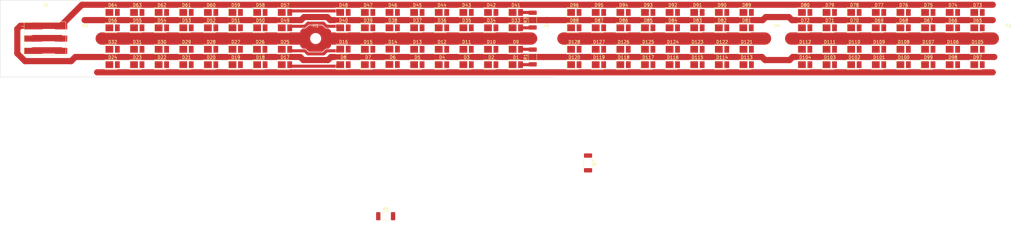
<source format=kicad_pcb>
(kicad_pcb (version 20210126) (generator pcbnew)
  (layers (0 "F.Cu" signal) (31 "B.Cu" signal) (34 "B.Paste" user) (35 "F.Paste" user) (36 "B.SilkS" user "B.Silkscreen") (37 "F.SilkS" user "F.Silkscreen") (38 "B.Mask" user) (39 "F.Mask" user) (44 "Edge.Cuts" user))
  (net 0 "")
  (net 1 "/VPOS")
  (net 2 "Net-(D1-Pad1)")
  (net 3 "Net-(D2-Pad1)")
  (net 4 "Net-(D3-Pad1)")
  (net 5 "Net-(D4-Pad1)")
  (net 6 "Net-(D5-Pad1)")
  (net 7 "Net-(D6-Pad1)")
  (net 8 "Net-(D7-Pad1)")
  (net 9 "/VNEG_A")
  (net 10 "Net-(D10-Pad2)")
  (net 11 "Net-(D10-Pad1)")
  (net 12 "Net-(D11-Pad1)")
  (net 13 "Net-(D12-Pad1)")
  (net 14 "Net-(D13-Pad1)")
  (net 15 "Net-(D14-Pad1)")
  (net 16 "Net-(D15-Pad1)")
  (net 17 "/VNEG_B")
  (net 18 "Net-(D17-Pad1)")
  (net 19 "Net-(D18-Pad1)")
  (net 20 "Net-(D19-Pad1)")
  (net 21 "Net-(D20-Pad1)")
  (net 22 "Net-(D21-Pad1)")
  (net 23 "Net-(D22-Pad1)")
  (net 24 "Net-(D23-Pad1)")
  (net 25 "Net-(D25-Pad1)")
  (net 26 "Net-(D26-Pad1)")
  (net 27 "Net-(D27-Pad1)")
  (net 28 "Net-(D28-Pad1)")
  (net 29 "Net-(D29-Pad1)")
  (net 30 "Net-(D30-Pad1)")
  (net 31 "Net-(D31-Pad1)")
  (net 32 "Net-(D17-Pad2)")
  (net 33 "Net-(D33-Pad1)")
  (net 34 "Net-(D34-Pad1)")
  (net 35 "Net-(D35-Pad1)")
  (net 36 "Net-(D36-Pad1)")
  (net 37 "Net-(D37-Pad1)")
  (net 38 "Net-(D38-Pad1)")
  (net 39 "Net-(D39-Pad1)")
  (net 40 "Net-(D41-Pad1)")
  (net 41 "Net-(D42-Pad1)")
  (net 42 "Net-(D43-Pad1)")
  (net 43 "Net-(D44-Pad1)")
  (net 44 "Net-(D45-Pad1)")
  (net 45 "Net-(D46-Pad1)")
  (net 46 "Net-(D47-Pad1)")
  (net 47 "Net-(D16-Pad1)")
  (net 48 "Net-(D49-Pad1)")
  (net 49 "Net-(D50-Pad1)")
  (net 50 "Net-(D51-Pad1)")
  (net 51 "Net-(D52-Pad1)")
  (net 52 "Net-(D53-Pad1)")
  (net 53 "Net-(D54-Pad1)")
  (net 54 "Net-(D55-Pad1)")
  (net 55 "Net-(D57-Pad1)")
  (net 56 "Net-(D58-Pad1)")
  (net 57 "Net-(D59-Pad1)")
  (net 58 "Net-(D60-Pad1)")
  (net 59 "Net-(D61-Pad1)")
  (net 60 "Net-(D62-Pad1)")
  (net 61 "Net-(D63-Pad1)")
  (net 62 "Net-(D1-Pad2)")
  (net 63 "Net-(D41-Pad2)")
  (net 64 "Net-(D65-Pad1)")
  (net 65 "Net-(D66-Pad1)")
  (net 66 "Net-(D67-Pad1)")
  (net 67 "Net-(D68-Pad1)")
  (net 68 "Net-(D69-Pad1)")
  (net 69 "Net-(D70-Pad1)")
  (net 70 "Net-(D71-Pad1)")
  (net 71 "Net-(D73-Pad2)")
  (net 72 "Net-(D73-Pad1)")
  (net 73 "Net-(D74-Pad1)")
  (net 74 "Net-(D75-Pad1)")
  (net 75 "Net-(D76-Pad1)")
  (net 76 "Net-(D77-Pad1)")
  (net 77 "Net-(D78-Pad1)")
  (net 78 "Net-(D79-Pad1)")
  (net 79 "Net-(D40-Pad1)")
  (net 80 "Net-(D81-Pad1)")
  (net 81 "Net-(D82-Pad1)")
  (net 82 "Net-(D83-Pad1)")
  (net 83 "Net-(D84-Pad1)")
  (net 84 "Net-(D85-Pad1)")
  (net 85 "Net-(D86-Pad1)")
  (net 86 "Net-(D87-Pad1)")
  (net 87 "Net-(D89-Pad1)")
  (net 88 "Net-(D90-Pad1)")
  (net 89 "Net-(D91-Pad1)")
  (net 90 "Net-(D92-Pad1)")
  (net 91 "Net-(D93-Pad1)")
  (net 92 "Net-(D94-Pad1)")
  (net 93 "Net-(D95-Pad1)")
  (net 94 "Net-(D97-Pad1)")
  (net 95 "Net-(D98-Pad1)")
  (net 96 "Net-(D100-Pad2)")
  (net 97 "Net-(D100-Pad1)")
  (net 98 "Net-(D101-Pad1)")
  (net 99 "Net-(D102-Pad1)")
  (net 100 "Net-(D103-Pad1)")
  (net 101 "Net-(D105-Pad2)")
  (net 102 "Net-(D105-Pad1)")
  (net 103 "Net-(D106-Pad1)")
  (net 104 "Net-(D107-Pad1)")
  (net 105 "Net-(D108-Pad1)")
  (net 106 "Net-(D109-Pad1)")
  (net 107 "Net-(D110-Pad1)")
  (net 108 "Net-(D111-Pad1)")
  (net 109 "Net-(D48-Pad1)")
  (net 110 "Net-(D113-Pad1)")
  (net 111 "Net-(D114-Pad1)")
  (net 112 "Net-(D115-Pad1)")
  (net 113 "Net-(D116-Pad1)")
  (net 114 "Net-(D117-Pad1)")
  (net 115 "Net-(D118-Pad1)")
  (net 116 "Net-(D119-Pad1)")
  (net 117 "Net-(D121-Pad1)")
  (net 118 "Net-(D122-Pad1)")
  (net 119 "Net-(D123-Pad1)")
  (net 120 "Net-(D124-Pad1)")
  (net 121 "Net-(D125-Pad1)")
  (net 122 "Net-(D126-Pad1)")
  (net 123 "Net-(D127-Pad1)")
  (net 124 "Net-(D72-Pad1)")
  (net 125 "Net-(D80-Pad1)")
  (net 126 "Net-(D104-Pad1)")
  (net 127 "Net-(D112-Pad1)")
  (footprint "LED_SMD:LED_PLCC_2835_Handsoldering" (layer "F.Cu") (at 320.05 63)
    (fp_text reference "D68")
    (fp_text value "LED")
  )
  (footprint "LED_SMD:LED_PLCC_2835_Handsoldering" (layer "F.Cu") (at 170.05 75)
    (fp_text reference "D4")
    (fp_text value "LED")
  )
  (footprint "LED_SMD:LED_PLCC_2835_Handsoldering" (layer "F.Cu") (at 154.05 63)
    (fp_text reference "D38")
    (fp_text value "LED")
  )
  (footprint "LED_SMD:LED_PLCC_2835_Handsoldering" (layer "F.Cu") (at 162.05 63)
    (fp_text reference "D37")
    (fp_text value "LED")
  )
  (footprint "LED_SMD:LED_PLCC_2835_Handsoldering" (layer "F.Cu") (at 186.05 75)
    (fp_text reference "D2")
    (fp_text value "LED")
  )
  (footprint "LED_SMD:LED_PLCC_2835_Handsoldering" (layer "F.Cu") (at 79.05 58)
    (fp_text reference "D62")
    (fp_text value "LED")
  )
  (footprint "LED_SMD:LED_PLCC_2835_Handsoldering" (layer "F.Cu") (at 312.05 63)
    (fp_text reference "D69")
    (fp_text value "LED")
  )
  (footprint "LED_SMD:LED_PLCC_2835_Handsoldering" (layer "F.Cu") (at 71.05 63)
    (fp_text reference "D55")
    (fp_text value "LED")
  )
  (footprint "LED_SMD:LED_PLCC_2835_Handsoldering" (layer "F.Cu") (at 119.05 63)
    (fp_text reference "D49")
    (fp_text value "LED")
  )
  (footprint "LED_SMD:LED_PLCC_2835_Handsoldering" (layer "F.Cu") (at 344.05 70)
    (fp_text reference "D105")
    (fp_text value "LED")
  )
  (footprint "LED_SMD:LED_PLCC_2835_Handsoldering" (layer "F.Cu") (at 194.05 75)
    (fp_text reference "D1")
    (fp_text value "LED")
  )
  (footprint "LED_SMD:LED_PLCC_2835_Handsoldering" (layer "F.Cu") (at 79.05 75)
    (fp_text reference "D22")
    (fp_text value "LED")
  )
  (footprint "LED_SMD:LED_PLCC_2835_Handsoldering" (layer "F.Cu") (at 344.05 75)
    (fp_text reference "D97")
    (fp_text value "LED")
  )
  (footprint "LED_SMD:LED_PLCC_2835_Handsoldering" (layer "F.Cu") (at 296.05 63)
    (fp_text reference "D71")
    (fp_text value "LED")
  )
  (footprint "LED_SMD:LED_PLCC_2835_Handsoldering" (layer "F.Cu") (at 71.05 70)
    (fp_text reference "D31")
    (fp_text value "LED")
  )
  (footprint "LED_SMD:LED_PLCC_2835_Handsoldering" (layer "F.Cu") (at 320.05 70)
    (fp_text reference "D108")
    (fp_text value "LED")
  )
  (footprint "LED_SMD:LED_PLCC_2835_Handsoldering" (layer "F.Cu") (at 213.05 63)
    (fp_text reference "D88")
    (fp_text value "LED")
  )
  (footprint "LED_SMD:LED_PLCC_2835_Handsoldering" (layer "F.Cu") (at 261.05 75)
    (fp_text reference "D114")
    (fp_text value "LED")
  )
  (footprint "LED_SMD:LED_PLCC_2835_Handsoldering" (layer "F.Cu") (at 336.05 70)
    (fp_text reference "D106")
    (fp_text value "LED")
  )
  (footprint "LED_SMD:LED_PLCC_2835_Handsoldering" (layer "F.Cu") (at 245.05 63)
    (fp_text reference "D84")
    (fp_text value "LED")
  )
  (footprint "LED_SMD:LED_PLCC_2835_Handsoldering" (layer "F.Cu") (at 269 63)
    (fp_text reference "D81")
    (fp_text value "LED")
  )
  (footprint "LED_SMD:LED_PLCC_2835_Handsoldering" (layer "F.Cu") (at 229.05 70)
    (fp_text reference "D126")
    (fp_text value "LED")
  )
  (footprint "LED_SMD:LED_PLCC_2835_Handsoldering" (layer "F.Cu") (at 162.05 75)
    (fp_text reference "D5")
    (fp_text value "LED")
  )
  (footprint "LED_SMD:LED_PLCC_2835_Handsoldering" (layer "F.Cu") (at 103.05 75)
    (fp_text reference "D19")
    (fp_text value "LED")
  )
  (footprint "LED_SMD:LED_PLCC_2835_Handsoldering" (layer "F.Cu") (at 245.05 75)
    (fp_text reference "D116")
    (fp_text value "LED")
  )
  (footprint "LED_SMD:LED_PLCC_2835_Handsoldering" (layer "F.Cu") (at 320.05 75)
    (fp_text reference "D100")
    (fp_text value "LED")
  )
  (footprint "LED_SMD:LED_PLCC_2835_Handsoldering" (layer "F.Cu") (at 237.05 75)
    (fp_text reference "D117")
    (fp_text value "LED")
  )
  (footprint "LED_SMD:LED_PLCC_2835_Handsoldering" (layer "F.Cu") (at 95.05 75)
    (fp_text reference "D20")
    (fp_text value "LED")
  )
  (footprint "LED_SMD:LED_PLCC_2835_Handsoldering" (layer "F.Cu") (at 237.05 63)
    (fp_text reference "D85")
    (fp_text value "LED")
  )
  (footprint "LED_SMD:LED_PLCC_2835_Handsoldering" (layer "F.Cu") (at 237.05 58)
    (fp_text reference "D93")
    (fp_text value "LED")
  )
  (footprint "LED_SMD:LED_PLCC_2835_Handsoldering" (layer "F.Cu") (at 269.05 58)
    (fp_text reference "D89")
    (fp_text value "LED")
  )
  (footprint "LED_SMD:LED_PLCC_2835_Handsoldering" (layer "F.Cu") (at 63.05 58)
    (fp_text reference "D64")
    (fp_text value "LED")
  )
  (footprint "LED_SMD:LED_PLCC_2835_Handsoldering" (layer "F.Cu") (at 312.05 70)
    (fp_text reference "D109")
    (fp_text value "LED")
  )
  (footprint "MountingHole:MountingHole_3.2mm_M3" (layer "F.Cu") (at 279 66.5)
    (fp_text reference "H4")
    (fp_text value "MountingHole")
  )
  (footprint "LED_SMD:LED_PLCC_2835_Handsoldering" (layer "F.Cu") (at 229.05 58)
    (fp_text reference "D94")
    (fp_text value "LED")
  )
  (footprint "LED_SMD:LED_PLCC_2835_Handsoldering" (layer "F.Cu") (at 146.05 63)
    (fp_text reference "D39")
    (fp_text value "LED")
  )
  (footprint "LED_SMD:LED_PLCC_2835_Handsoldering" (layer "F.Cu") (at 170.05 63)
    (fp_text reference "D36")
    (fp_text value "LED")
  )
  (footprint "LED_SMD:LED_PLCC_2835_Handsoldering" (layer "F.Cu") (at 221.05 58)
    (fp_text reference "D95")
    (fp_text value "LED")
  )
  (footprint "LED_SMD:LED_PLCC_2835_Handsoldering" (layer "F.Cu") (at 229.05 75)
    (fp_text reference "D118")
    (fp_text value "LED")
  )
  (footprint "LED_SMD:LED_PLCC_2835_Handsoldering" (layer "F.Cu") (at 194.05 63)
    (fp_text reference "D33")
    (fp_text value "LED")
  )
  (footprint "LED_SMD:LED_PLCC_2835_Handsoldering" (layer "F.Cu") (at 261.05 58)
    (fp_text reference "D90")
    (fp_text value "LED")
  )
  (footprint "LED_SMD:LED_PLCC_2835_Handsoldering" (layer "F.Cu") (at 304.05 75)
    (fp_text reference "D102")
    (fp_text value "LED")
  )
  (footprint "wago:wago-2060-453" (layer "F.Cu") (at 41.288907 56.013007)
    (fp_text reference "J1")
    (fp_text value "Power")
  )
  (footprint "LED_SMD:LED_PLCC_2835_Handsoldering" (layer "F.Cu") (at 162.05 70)
    (fp_text reference "D13")
    (fp_text value "LED")
  )
  (footprint "LED_SMD:LED_PLCC_2835_Handsoldering" (layer "F.Cu") (at 229.05 63)
    (fp_text reference "D86")
    (fp_text value "LED")
  )
  (footprint "LED_SMD:LED_PLCC_2835_Handsoldering" (layer "F.Cu") (at 221.05 75)
    (fp_text reference "D119")
    (fp_text value "LED")
  )
  (footprint "LED_SMD:LED_PLCC_2835_Handsoldering" (layer "F.Cu") (at 63.05 70)
    (fp_text reference "D32")
    (fp_text value "LED")
  )
  (footprint "LED_SMD:LED_PLCC_2835_Handsoldering" (layer "F.Cu") (at 186.05 63)
    (fp_text reference "D34")
    (fp_text value "LED")
  )
  (footprint "LED_SMD:LED_PLCC_2835_Handsoldering" (layer "F.Cu") (at 296.05 75)
    (fp_text reference "D103")
    (fp_text value "LED")
  )
  (footprint "LED_SMD:LED_PLCC_2835_Handsoldering" (layer "F.Cu") (at 146.05 70)
    (fp_text reference "D15")
    (fp_text value "LED")
  )
  (footprint "LED_SMD:LED_PLCC_2835_Handsoldering" (layer "F.Cu") (at 328.05 63)
    (fp_text reference "D67")
    (fp_text value "LED")
  )
  (footprint "LED_SMD:LED_PLCC_2835_Handsoldering" (layer "F.Cu") (at 288.05 70)
    (fp_text reference "D112")
    (fp_text value "LED")
  )
  (footprint "LED_SMD:LED_PLCC_2835_Handsoldering" (layer "F.Cu") (at 95.05 70)
    (fp_text reference "D28")
    (fp_text value "LED")
  )
  (footprint "LED_SMD:LED_PLCC_2835_Handsoldering" (layer "F.Cu") (at 119.05 75)
    (fp_text reference "D17")
    (fp_text value "LED")
  )
  (footprint "LED_SMD:LED_PLCC_2835_Handsoldering" (layer "F.Cu") (at 221.05 63)
    (fp_text reference "D87")
    (fp_text value "LED")
  )
  (footprint "LED_SMD:LED_PLCC_2835_Handsoldering" (layer "F.Cu") (at 328.05 58)
    (fp_text reference "D75")
    (fp_text value "LED")
  )
  (footprint "LED_SMD:LED_PLCC_2835_Handsoldering" (layer "F.Cu") (at 213.05 70)
    (fp_text reference "D128")
    (fp_text value "LED")
  )
  (footprint "LED_SMD:LED_PLCC_2835_Handsoldering" (layer "F.Cu") (at 95.05 58)
    (fp_text reference "D60")
    (fp_text value "LED")
  )
  (footprint "LED_SMD:LED_PLCC_2835_Handsoldering" (layer "F.Cu") (at 87.05 63)
    (fp_text reference "D53")
    (fp_text value "LED")
  )
  (footprint "LED_SMD:LED_PLCC_2835_Handsoldering" (layer "F.Cu") (at 261.05 63)
    (fp_text reference "D82")
    (fp_text value "LED")
  )
  (footprint "LED_SMD:LED_PLCC_2835_Handsoldering" (layer "F.Cu") (at 336.05 58)
    (fp_text reference "D74")
    (fp_text value "LED")
  )
  (footprint "LED_SMD:LED_PLCC_2835_Handsoldering" (layer "F.Cu") (at 261.05 70)
    (fp_text reference "D122")
    (fp_text value "LED")
  )
  (footprint "LED_SMD:LED_PLCC_2835_Handsoldering" (layer "F.Cu") (at 269.05 70)
    (fp_text reference "D121")
    (fp_text value "LED")
  )
  (footprint "LED_SMD:LED_PLCC_2835_Handsoldering" (layer "F.Cu") (at 253.05 58)
    (fp_text reference "D91")
    (fp_text value "LED")
  )
  (footprint "LED_SMD:LED_PLCC_2835_Handsoldering" (layer "F.Cu") (at 154.05 69.95)
    (fp_text reference "D14")
    (fp_text value "LED")
  )
  (footprint "LED_SMD:LED_PLCC_2835_Handsoldering" (layer "F.Cu") (at 328.05 70)
    (fp_text reference "D107")
    (fp_text value "LED")
  )
  (footprint "LED_SMD:LED_PLCC_2835_Handsoldering" (layer "F.Cu") (at 71.05 75)
    (fp_text reference "D23")
    (fp_text value "LED")
  )
  (footprint "LED_SMD:LED_PLCC_2835_Handsoldering" (layer "F.Cu") (at 79.05 70)
    (fp_text reference "D30")
    (fp_text value "LED")
  )
  (footprint "LED_SMD:LED_PLCC_2835_Handsoldering" (layer "F.Cu") (at 288.05 75)
    (fp_text reference "D104")
    (fp_text value "LED")
  )
  (footprint "LED_SMD:LED_PLCC_2835_Handsoldering" (layer "F.Cu") (at 288.05 58)
    (fp_text reference "D80")
    (fp_text value "LED")
  )
  (footprint "LED_SMD:LED_PLCC_2835_Handsoldering" (layer "F.Cu") (at 253.05 63)
    (fp_text reference "D83")
    (fp_text value "LED")
  )
  (footprint "LED_SMD:LED_PLCC_2835_Handsoldering" (layer "F.Cu") (at 304.05 70)
    (fp_text reference "D110")
    (fp_text value "LED")
  )
  (footprint "LED_SMD:LED_PLCC_2835_Handsoldering" (layer "F.Cu") (at 87.05 58)
    (fp_text reference "D61")
    (fp_text value "LED")
  )
  (footprint "Resistor_SMD:R_2010_5025Metric_Pad1.40x2.65mm_HandSolder" (layer "F.Cu") (at 151.75 124.35)
    (fp_text reference "R5")
    (fp_text value "0Ω")
  )
  (footprint "LED_SMD:LED_PLCC_2835_Handsoldering" (layer "F.Cu") (at 71.05 58)
    (fp_text reference "D63")
    (fp_text value "LED")
  )
  (footprint "LED_SMD:LED_PLCC_2835_Handsoldering" (layer "F.Cu") (at 162.05 58)
    (fp_text reference "D45")
    (fp_text value "LED")
  )
  (footprint "LED_SMD:LED_PLCC_2835_Handsoldering" (layer "F.Cu") (at 253.05 75)
    (fp_text reference "D115")
    (fp_text value "LED")
  )
  (footprint "LED_SMD:LED_PLCC_2835_Handsoldering" (layer "F.Cu") (at 269.05 75)
    (fp_text reference "D113")
    (fp_text value "LED")
  )
  (footprint "LED_SMD:LED_PLCC_2835_Handsoldering" (layer "F.Cu") (at 87.05 70)
    (fp_text reference "D29")
    (fp_text value "LED")
  )
  (footprint "LED_SMD:LED_PLCC_2835_Handsoldering" (layer "F.Cu") (at 296.05 58)
    (fp_text reference "D79")
    (fp_text value "LED")
  )
  (footprint "LED_SMD:LED_PLCC_2835_Handsoldering" (layer "F.Cu") (at 111.05 58)
    (fp_text reference "D58")
    (fp_text value "LED")
  )
  (footprint "MountingHole:MountingHole_3.2mm_M3" (layer "F.Cu") (at 129 66.5)
    (fp_text reference "H1")
    (fp_text value "MountingHole")
  )
  (footprint "LED_SMD:LED_PLCC_2835_Handsoldering" (layer "F.Cu") (at 146.05 58)
    (fp_text reference "D47")
    (fp_text value "LED")
  )
  (footprint "LED_SMD:LED_PLCC_2835_Handsoldering" (layer "F.Cu") (at 237.05 70)
    (fp_text reference "D125")
    (fp_text value "LED")
  )
  (footprint "LED_SMD:LED_PLCC_2835_Handsoldering" (layer "F.Cu") (at 63.05 63)
    (fp_text reference "D56")
    (fp_text value "LED")
  )
  (footprint "LED_SMD:LED_PLCC_2835_Handsoldering" (layer "F.Cu") (at 178.05 63)
    (fp_text reference "D35")
    (fp_text value "LED")
  )
  (footprint "LED_SMD:LED_PLCC_2835_Handsoldering" (layer "F.Cu") (at 178.05 70)
    (fp_text reference "D11")
    (fp_text value "LED")
  )
  (footprint "LED_SMD:LED_PLCC_2835_Handsoldering" (layer "F.Cu") (at 178.05 75)
    (fp_text reference "D3")
    (fp_text value "LED")
  )
  (footprint "LED_SMD:LED_PLCC_2835_Handsoldering" (layer "F.Cu") (at 170.05 70)
    (fp_text reference "D12")
    (fp_text value "LED")
  )
  (footprint "LED_SMD:LED_PLCC_2835_Handsoldering" (layer "F.Cu") (at 170.05 58)
    (fp_text reference "D44")
    (fp_text value "LED")
  )
  (footprint "MountingHole:MountingHole_3.2mm_M3" (layer "F.Cu") (at 204 66.5)
    (fp_text reference "H5")
    (fp_text value "MountingHole")
  )
  (footprint "LED_SMD:LED_PLCC_2835_Handsoldering" (layer "F.Cu") (at 304.05 63)
    (fp_text reference "D70")
    (fp_text value "LED")
  )
  (footprint "MountingHole:MountingHole_3.2mm_M3" (layer "F.Cu") (at 54 66.5)
    (fp_text reference "H3")
    (fp_text value "MountingHole")
  )
  (footprint "LED_SMD:LED_PLCC_2835_Handsoldering" (layer "F.Cu") (at 194.05 58)
    (fp_text reference "D41")
    (fp_text value "LED")
  )
  (footprint "LED_SMD:LED_PLCC_2835_Handsoldering" (layer "F.Cu") (at 336.05 75)
    (fp_text reference "D98")
    (fp_text value "LED")
  )
  (footprint "LED_SMD:LED_PLCC_2835_Handsoldering" (layer "F.Cu") (at 213.05 58)
    (fp_text reference "D96")
    (fp_text value "LED")
  )
  (footprint "LED_SMD:LED_PLCC_2835_Handsoldering" (layer "F.Cu") (at 154.05 58)
    (fp_text reference "D46")
    (fp_text value "LED")
  )
  (footprint "Resistor_SMD:R_2010_5025Metric_Pad1.40x2.65mm_HandSolder" (layer "F.Cu") (at 199.5 60.5 90)
    (fp_text reference "R3")
    (fp_text value "0Ω")
  )
  (footprint "LED_SMD:LED_PLCC_2835_Handsoldering" (layer "F.Cu") (at 213.05 75)
    (fp_text reference "D120")
    (fp_text value "LED")
  )
  (footprint "LED_SMD:LED_PLCC_2835_Handsoldering" (layer "F.Cu") (at 138.05 58)
    (fp_text reference "D48")
    (fp_text value "LED")
  )
  (footprint "LED_SMD:LED_PLCC_2835_Handsoldering" (layer "F.Cu") (at 320.05 58)
    (fp_text reference "D76")
    (fp_text value "LED")
  )
  (footprint "LED_SMD:LED_PLCC_2835_Handsoldering" (layer "F.Cu") (at 146.05 75)
    (fp_text reference "D7")
    (fp_text value "LED")
  )
  (footprint "LED_SMD:LED_PLCC_2835_Handsoldering" (layer "F.Cu") (at 194.05 70)
    (fp_text reference "D9")
    (fp_text value "LED")
  )
  (footprint "LED_SMD:LED_PLCC_2835_Handsoldering" (layer "F.Cu") (at 111 70)
    (fp_text reference "D26")
    (fp_text value "LED")
  )
  (footprint "LED_SMD:LED_PLCC_2835_Handsoldering" (layer "F.Cu") (at 95.05 63)
    (fp_text reference "D52")
    (fp_text value "LED")
  )
  (footprint "LED_SMD:LED_PLCC_2835_Handsoldering" (layer "F.Cu") (at 119.05 58)
    (fp_text reference "D57")
    (fp_text value "LED")
  )
  (footprint "LED_SMD:LED_PLCC_2835_Handsoldering" (layer "F.Cu") (at 328.05 75)
    (fp_text reference "D99")
    (fp_text value "LED")
  )
  (footprint "LED_SMD:LED_PLCC_2835_Handsoldering" (layer "F.Cu") (at 138.05 69.95)
    (fp_text reference "D16")
    (fp_text value "LED")
  )
  (footprint "LED_SMD:LED_PLCC_2835_Handsoldering" (layer "F.Cu") (at 253.05 70)
    (fp_text reference "D123")
    (fp_text value "LED")
  )
  (footprint "Resistor_SMD:R_2010_5025Metric_Pad1.40x2.65mm_HandSolder" (layer "F.Cu") (at 217.5 107 -90)
    (fp_text reference "R7")
    (fp_text value "0Ω")
  )
  (footprint "LED_SMD:LED_PLCC_2835_Handsoldering" (layer "F.Cu") (at 186.05 70)
    (fp_text reference "D10")
    (fp_text value "LED")
  )
  (footprint "LED_SMD:LED_PLCC_2835_Handsoldering" (layer "F.Cu") (at 344.05 63)
    (fp_text reference "D65")
    (fp_text value "LED")
  )
  (footprint "LED_SMD:LED_PLCC_2835_Handsoldering" (layer "F.Cu") (at 312.05 75)
    (fp_text reference "D101")
    (fp_text value "LED")
  )
  (footprint "LED_SMD:LED_PLCC_2835_Handsoldering" (layer "F.Cu") (at 312.05 58)
    (fp_text reference "D77")
    (fp_text value "LED")
  )
  (footprint "LED_SMD:LED_PLCC_2835_Handsoldering" (layer "F.Cu") (at 186.05 58)
    (fp_text reference "D42")
    (fp_text value "LED")
  )
  (footprint "LED_SMD:LED_PLCC_2835_Handsoldering" (layer "F.Cu") (at 103.05 58)
    (fp_text reference "D59")
    (fp_text value "LED")
  )
  (footprint "LED_SMD:LED_PLCC_2835_Handsoldering" (layer "F.Cu") (at 344.05 58)
    (fp_text reference "D73")
    (fp_text value "LED")
  )
  (footprint "LED_SMD:LED_PLCC_2835_Handsoldering" (layer "F.Cu") (at 288.05 63)
    (fp_text reference "D72")
    (fp_text value "LED")
  )
  (footprint "LED_SMD:LED_PLCC_2835_Handsoldering" (layer "F.Cu") (at 87.05 75)
    (fp_text reference "D21")
    (fp_text value "LED")
  )
  (footprint "LED_SMD:LED_PLCC_2835_Handsoldering" (layer "F.Cu") (at 296.05 70)
    (fp_text reference "D111")
    (fp_text value "LED")
  )
  (footprint "LED_SMD:LED_PLCC_2835_Handsoldering" (layer "F.Cu") (at 111.05 63)
    (fp_text reference "D50")
    (fp_text value "LED")
  )
  (footprint "LED_SMD:LED_PLCC_2835_Handsoldering" (layer "F.Cu") (at 221.05 70)
    (fp_text reference "D127")
    (fp_text value "LED")
  )
  (footprint "LED_SMD:LED_PLCC_2835_Handsoldering" (layer "F.Cu") (at 245.05 70)
    (fp_text reference "D124")
    (fp_text value "LED")
  )
  (footprint "LED_SMD:LED_PLCC_2835_Handsoldering" (layer "F.Cu") (at 111.05 75)
    (fp_text reference "D18")
    (fp_text value "LED")
  )
  (footprint "LED_SMD:LED_PLCC_2835_Handsoldering" (layer "F.Cu") (at 154.025 74.95)
    (fp_text reference "D6")
    (fp_text value "LED")
  )
  (footprint "LED_SMD:LED_PLCC_2835_Handsoldering" (layer "F.Cu") (at 79.05 63)
    (fp_text reference "D54")
    (fp_text value "LED")
  )
  (footprint "LED_SMD:LED_PLCC_2835_Handsoldering" (layer "F.Cu") (at 304.05 58)
    (fp_text reference "D78")
    (fp_text value "LED")
  )
  (footprint "LED_SMD:LED_PLCC_2835_Handsoldering" (layer "F.Cu") (at 178.05 58)
    (fp_text reference "D43")
    (fp_text value "LED")
  )
  (footprint "MountingHole:MountingHole_3.2mm_M3" (layer "F.Cu") (at 354 66.5)
    (fp_text reference "H2")
    (fp_text value "MountingHole")
  )
  (footprint "LED_SMD:LED_PLCC_2835_Handsoldering" (layer "F.Cu") (at 103.05 70)
    (fp_text reference "D27")
    (fp_text value "LED")
  )
  (footprint "LED_SMD:LED_PLCC_2835_Handsoldering" (layer "F.Cu") (at 245.05 58)
    (fp_text reference "D92")
    (fp_text value "LED")
  )
  (footprint "Resistor_SMD:R_2010_5025Metric_Pad1.40x2.65mm_HandSolder" (layer "F.Cu") (at 199.5 72.5 90)
    (fp_text reference "R1")
    (fp_text value "0Ω")
  )
  (footprint "LED_SMD:LED_PLCC_2835_Handsoldering" (layer "F.Cu") (at 138.05 63)
    (fp_text reference "D40")
    (fp_text value "LED")
  )
  (footprint "LED_SMD:LED_PLCC_2835_Handsoldering" (layer "F.Cu") (at 63.05 75)
    (fp_text reference "D24")
    (fp_text value "LED")
  )
  (footprint "LED_SMD:LED_PLCC_2835_Handsoldering" (layer "F.Cu") (at 138.05 75)
    (fp_text reference "D8")
    (fp_text value "LED")
  )
  (footprint "LED_SMD:LED_PLCC_2835_Handsoldering" (layer "F.Cu") (at 119.05 70)
    (fp_text reference "D25")
    (fp_text value "LED")
  )
  (footprint "LED_SMD:LED_PLCC_2835_Handsoldering" (layer "F.Cu") (at 103.05 63)
    (fp_text reference "D51")
    (fp_text value "LED")
  )
  (footprint "LED_SMD:LED_PLCC_2835_Handsoldering" (layer "F.Cu") (at 336.05 63)
    (fp_text reference "D66")
    (fp_text value "LED")
  )
  (gr_line (start 206.5 79) (end 26.5 79) (layer "Edge.Cuts") (width 0.1))
  (gr_line (start 206.5 54) (end 26.5 54) (layer "Edge.Cuts") (width 0.1))
  (gr_line (start 26.5 54) (end 26.5 79) (layer "Edge.Cuts") (width 0.1))
  (segment (start 125 66.5) (end 59.5 66.5) (width 4) (layer "F.Cu") (net 1))
  (segment (start 199.4 63) (end 199.5 62.9) (width 1) (layer "F.Cu") (net 1))
  (segment (start 199.4 70) (end 199.5 70.1) (width 1) (layer "F.Cu") (net 1))
  (segment (start 46.219831 70.35) (end 37.451914 70.35) (width 2) (layer "F.Cu") (net 1))
  (segment (start 275 66.5) (end 209.5 66.5) (width 4) (layer "F.Cu") (net 1))
  (segment (start 195.575 70) (end 199.4 70) (width 1) (layer "F.Cu") (net 1))
  (segment (start 37.451914 70.35) (end 37.288907 70.513007) (width 2) (layer "F.Cu") (net 1))
  (segment (start 349 66.5) (end 283.5 66.5) (width 4) (layer "F.Cu") (net 1))
  (segment (start 199 66.5) (end 133.5 66.5) (width 4) (layer "F.Cu") (net 1))
  (segment (start 46.1259 70.35) (end 37.219831 70.35) (width 2) (layer "F.Cu") (net 1))
  (segment (start 195.575 63) (end 199.4 63) (width 1) (layer "F.Cu") (net 1))
  (segment (start 46.288907 70.513007) (end 46.1259 70.35) (width 2) (layer "F.Cu") (net 1))
  (segment (start 46.1259 66.35) (end 37.219831 66.35) (width 2) (layer "F.Cu") (net 9))
  (segment (start 203.92 60.5) (end 274.25 60.5) (width 2) (layer "F.Cu") (net 9))
  (segment (start 46.219831 66.35) (end 37.451914 66.35) (width 2) (layer "F.Cu") (net 9))
  (segment (start 282.75 59.5) (end 283.75 60.5) (width 2) (layer "F.Cu") (net 9))
  (segment (start 274.25 60.5) (end 275.25 59.5) (width 2) (layer "F.Cu") (net 9))
  (segment (start 46.288907 66.513007) (end 46.1259 66.35) (width 2) (layer "F.Cu") (net 9))
  (segment (start 132.75 59.5) (end 133.75 60.5) (width 2) (layer "F.Cu") (net 9))
  (segment (start 53.92 60.5) (end 124.25 60.5) (width 2) (layer "F.Cu") (net 9))
  (segment (start 125.25 59.5) (end 132.75 59.5) (width 2) (layer "F.Cu") (net 9))
  (segment (start 37.451914 66.35) (end 37.288907 66.513007) (width 2) (layer "F.Cu") (net 9))
  (segment (start 124.25 60.5) (end 125.25 59.5) (width 2) (layer "F.Cu") (net 9))
  (segment (start 275.25 59.5) (end 282.75 59.5) (width 2) (layer "F.Cu") (net 9))
  (segment (start 133.75 60.5) (end 204 60.5) (width 2) (layer "F.Cu") (net 9))
  (segment (start 58 77.5) (end 349 77.5) (width 2) (layer "F.Cu") (net 9))
  (segment (start 283.75 60.5) (end 349 60.5) (width 2) (layer "F.Cu") (net 9))
  (segment (start 37.288907 62.513007) (end 37.1259 62.35) (width 2) (layer "F.Cu") (net 17))
  (segment (start 284 72.5) (end 349.5 72.5) (width 2) (layer "F.Cu") (net 17))
  (segment (start 53.42 55.5) (end 349 55.5) (width 2) (layer "F.Cu") (net 17))
  (segment (start 283 73.5) (end 284 72.5) (width 2) (layer "F.Cu") (net 17))
  (segment (start 134 72.5) (end 203 72.5) (width 2) (layer "F.Cu") (net 17))
  (segment (start 46.219831 62.35) (end 37.451914 62.35) (width 2) (layer "F.Cu") (net 17))
  (segment (start 34.57 73.85) (end 49.57 73.85) (width 2) (layer "F.Cu") (net 17))
  (segment (start 33.07 62.35) (end 32.07 63.35) (width 2) (layer "F.Cu") (net 17))
  (segment (start 49.57 73.85) (end 50.92 72.5) (width 2) (layer "F.Cu") (net 17))
  (segment (start 125 73.5) (end 133 73.5) (width 2) (layer "F.Cu") (net 17))
  (segment (start 46.1259 62.35) (end 37.219831 62.35) (width 2) (layer "F.Cu") (net 17))
  (segment (start 46.288907 62.280924) (end 53.069831 55.5) (width 2) (layer "F.Cu") (net 17))
  (segment (start 203 72.5) (end 274 72.5) (width 2) (layer "F.Cu") (net 17))
  (segment (start 37.1259 62.35) (end 33.07 62.35) (width 2) (layer "F.Cu") (net 17))
  (segment (start 133 73.5) (end 134 72.5) (width 2) (layer "F.Cu") (net 17))
  (segment (start 53.069831 55.5) (end 53.42 55.5) (width 2) (layer "F.Cu") (net 17))
  (segment (start 46.288907 62.513007) (end 46.288907 62.280924) (width 2) (layer "F.Cu") (net 17))
  (segment (start 275 73.5) (end 283 73.5) (width 2) (layer "F.Cu") (net 17))
  (segment (start 32.07 63.35) (end 32.07 71.35) (width 2) (layer "F.Cu") (net 17))
  (segment (start 32.07 71.35) (end 34.57 73.85) (width 2) (layer "F.Cu") (net 17))
  (segment (start 274 72.5) (end 275 73.5) (width 2) (layer "F.Cu") (net 17))
  (segment (start 50.92 72.5) (end 124 72.5) (width 2) (layer "F.Cu") (net 17))
  (segment (start 124 72.5) (end 125 73.5) (width 2) (layer "F.Cu") (net 17))
  (segment (start 46.288907 62.513007) (end 46.1259 62.35) (width 2) (layer "F.Cu") (net 17))
  (segment (start 37.451914 62.35) (end 37.288907 62.513007) (width 2) (layer "F.Cu") (net 17))
  (segment (start 121.075 75.5) (end 136.5 75.5) (width 1) (layer "F.Cu") (net 32))
  (segment (start 137.45 74.95) (end 137.525 75.025) (width 1) (layer "F.Cu") (net 32))
  (segment (start 136.5 75.5) (end 137 75) (width 1) (layer "F.Cu") (net 32))
  (segment (start 120.575 75) (end 121.075 75.5) (width 1) (layer "F.Cu") (net 32))
  (segment (start 121.25 70.5) (end 125.5 70.5) (width 1) (layer "F.Cu") (net 47))
  (segment (start 120.75 70) (end 121.25 70.5) (width 1) (layer "F.Cu") (net 47))
  (segment (start 132.5875 70.5) (end 136.675 70.5) (width 1) (layer "F.Cu") (net 47))
  (segment (start 131.5875 71.5) (end 132.5875 70.5) (width 1) (layer "F.Cu") (net 47))
  (segment (start 125.5 70.5) (end 126.5 71.5) (width 1) (layer "F.Cu") (net 47))
  (segment (start 126.5 71.5) (end 131.5875 71.5) (width 1) (layer "F.Cu") (net 47))
  (segment (start 195.55 74.95) (end 195.65 74.85) (width 1) (layer "F.Cu") (net 62))
  (segment (start 195.575 75) (end 199.4 75) (width 1) (layer "F.Cu") (net 62))
  (segment (start 199.4 75) (end 199.5 74.9) (width 1) (layer "F.Cu") (net 62))
  (segment (start 199.4 58) (end 195.575 58) (width 1) (layer "F.Cu") (net 63))
  (segment (start 199.5 58.1) (end 199.4 58) (width 1) (layer "F.Cu") (net 63))
  (segment (start 121.075 62.5) (end 125.5 62.5) (width 1) (layer "F.Cu") (net 79))
  (segment (start 126.5 61.5) (end 131.5 61.5) (width 1) (layer "F.Cu") (net 79))
  (segment (start 125.5 62.5) (end 126.5 61.5) (width 1) (layer "F.Cu") (net 79))
  (segment (start 136.5 62.5) (end 137 63) (width 1) (layer "F.Cu") (net 79))
  (segment (start 120.575 63) (end 121.075 62.5) (width 1) (layer "F.Cu") (net 79))
  (segment (start 132.5 62.5) (end 136.5 62.5) (width 1) (layer "F.Cu") (net 79))
  (segment (start 131.5 61.5) (end 132.5 62.5) (width 1) (layer "F.Cu") (net 79))
  (segment (start 120.70001 57.5) (end 136.5 57.5) (width 1) (layer "F.Cu") (net 109))
  (segment (start 120.575 57.62501) (end 120.70001 57.5) (width 1) (layer "F.Cu") (net 109))
  (segment (start 120.575 58) (end 120.575 57.62501) (width 1) (layer "F.Cu") (net 109))
  (segment (start 136.5 57.5) (end 137 58) (width 1) (layer "F.Cu") (net 109))
  (zone (net 1) (net_name "/VPOS") (layer "F.Cu") (connect_pads (clearance 0.108)) (min_thickness 0.254) (fill yes (thermal_gap 0.508) (thermal_bridge_width 0.508) (island_removal_mode 1) (island_area_min 0))
    (polygon (pts (xy 134 64) (xy 134 69) (xy 132 71) (xy 126 71) (xy 124 69) (xy 124 64) (xy 126 62) (xy 132 62)))
  )
)
</source>
